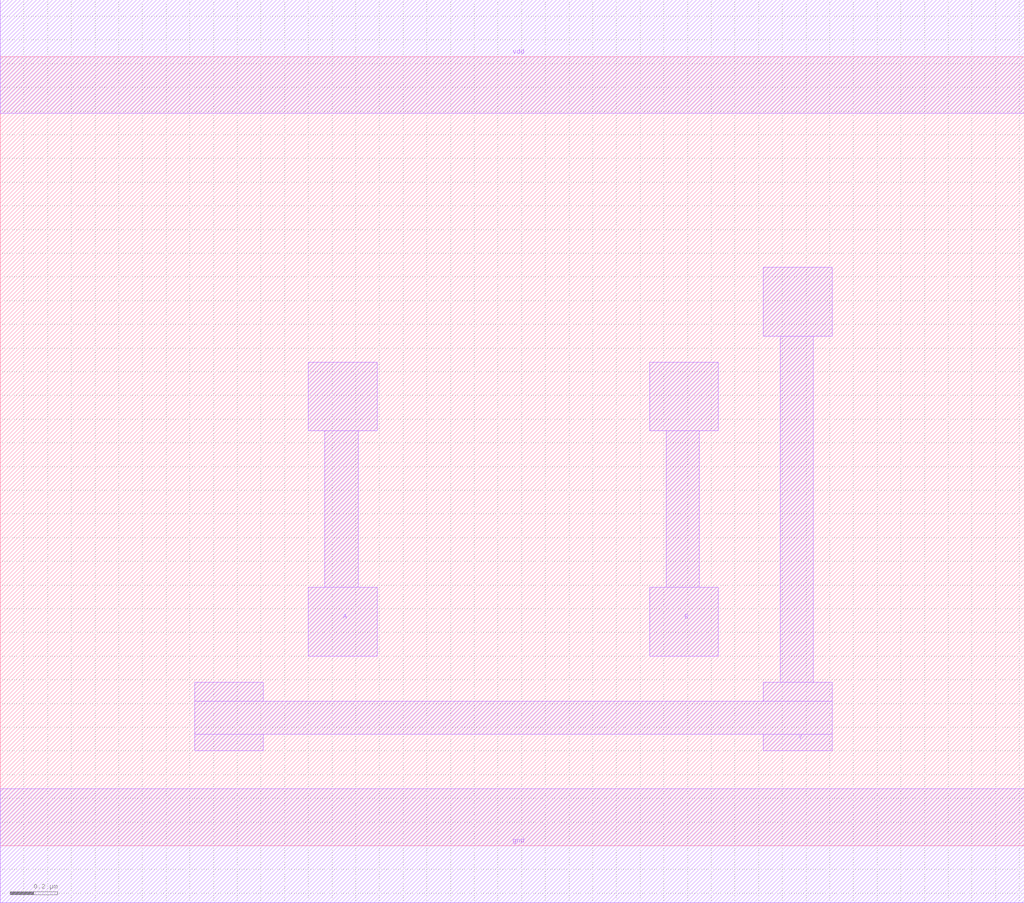
<source format=lef>
VERSION 5.7 ;
  NOWIREEXTENSIONATPIN ON ;
  DIVIDERCHAR "/" ;
  BUSBITCHARS "[]" ;
MACRO NOR2X1
  CLASS CORE ;
  FOREIGN NOR2X1 ;
  ORIGIN 0.000 0.000 ;
  SIZE 4.320 BY 3.330 ;
  SYMMETRY X Y R90 ;
  SITE unit ;
  PIN vdd
    DIRECTION INOUT ;
    USE POWER ;
    SHAPE ABUTMENT ;
    PORT
      LAYER met1 ;
        RECT 0.000 3.090 4.320 3.570 ;
    END
  END vdd
  PIN gnd
    DIRECTION INOUT ;
    USE GROUND ;
    SHAPE ABUTMENT ;
    PORT
      LAYER met1 ;
        RECT 0.000 -0.240 4.320 0.240 ;
    END
  END gnd
  PIN Y
    DIRECTION INOUT ;
    USE SIGNAL ;
    SHAPE ABUTMENT ;
    PORT
      LAYER met1 ;
        RECT 3.220 2.150 3.510 2.440 ;
        RECT 3.290 0.690 3.430 2.150 ;
        RECT 0.820 0.610 1.110 0.690 ;
        RECT 3.220 0.610 3.510 0.690 ;
        RECT 0.820 0.470 3.510 0.610 ;
        RECT 0.820 0.400 1.110 0.470 ;
        RECT 3.220 0.400 3.510 0.470 ;
    END
  END Y
  PIN A
    DIRECTION INOUT ;
    USE SIGNAL ;
    SHAPE ABUTMENT ;
    PORT
      LAYER met1 ;
        RECT 1.300 1.750 1.590 2.040 ;
        RECT 1.370 1.090 1.510 1.750 ;
        RECT 1.300 0.800 1.590 1.090 ;
    END
  END A
  PIN B
    DIRECTION INOUT ;
    USE SIGNAL ;
    SHAPE ABUTMENT ;
    PORT
      LAYER met1 ;
        RECT 2.740 1.750 3.030 2.040 ;
        RECT 2.810 1.090 2.950 1.750 ;
        RECT 2.740 0.800 3.030 1.090 ;
    END
  END B
END NOR2X1
END LIBRARY


</source>
